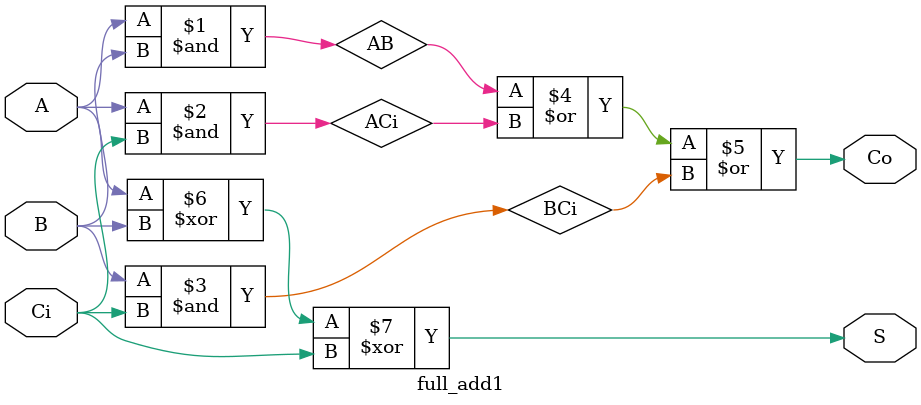
<source format=v>

module full_add1(A, B, Ci, Co, S);
input  A, B, Ci;   // A, B, Ci ¤@¦ì¤¸¿é¤J
output Co, S;      // S ©M, Co ¶i¦ì

and (AB, A, B);
and (ACi, A, Ci);
and (BCi, B, Ci);
or  (Co, AB, ACi, BCi);
xor (S, A, B, Ci);

endmodule

</source>
